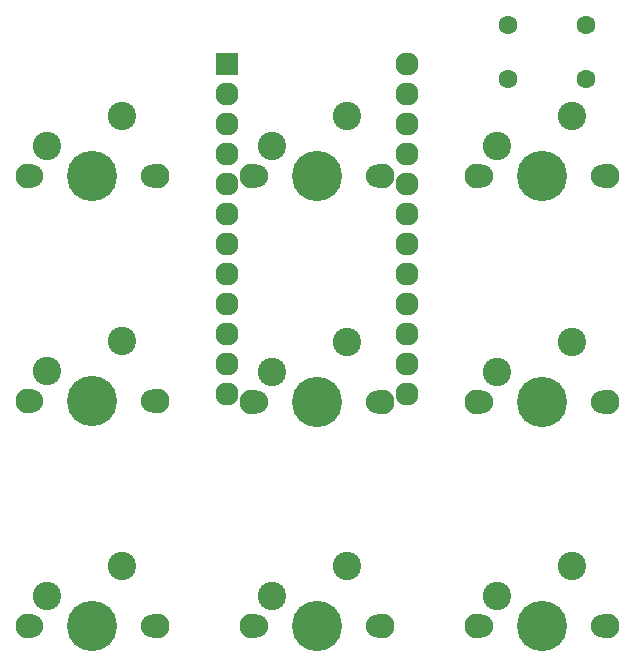
<source format=gbr>
%TF.GenerationSoftware,Altium Limited,Altium Designer,20.1.12 (249)*%
G04 Layer_Color=8388736*
%FSLAX26Y26*%
%MOIN*%
%TF.SameCoordinates,63403D4D-F3CE-4837-A966-4B93B91F9A20*%
%TF.FilePolarity,Negative*%
%TF.FileFunction,Soldermask,Top*%
%TF.Part,Single*%
G01*
G75*
%TA.AperFunction,ComponentPad*%
%ADD21C,0.077016*%
%ADD22R,0.077016X0.077016*%
%ADD23C,0.094614*%
%ADD24C,0.074929*%
%ADD25C,0.082803*%
%ADD26C,0.167449*%
%ADD27C,0.063118*%
D21*
X789764Y1514173D02*
D03*
Y2114173D02*
D03*
Y1914173D02*
D03*
Y1714173D02*
D03*
Y1814173D02*
D03*
Y1314173D02*
D03*
Y1414173D02*
D03*
Y1114173D02*
D03*
Y2014173D02*
D03*
Y1614173D02*
D03*
Y1214173D02*
D03*
X1389764Y1514173D02*
D03*
Y2214173D02*
D03*
Y1914173D02*
D03*
Y2114173D02*
D03*
Y1714173D02*
D03*
Y1814173D02*
D03*
Y1314173D02*
D03*
Y1414173D02*
D03*
Y1114173D02*
D03*
Y1614173D02*
D03*
Y1214173D02*
D03*
Y2014173D02*
D03*
D22*
X789764Y2214173D02*
D03*
D23*
X190114Y439646D02*
D03*
X440114Y539646D02*
D03*
X1688776Y1187835D02*
D03*
X1938776Y1287835D02*
D03*
X1938539Y2038071D02*
D03*
X1688539Y1938071D02*
D03*
Y439646D02*
D03*
X1938539Y539646D02*
D03*
X190114Y1188858D02*
D03*
X440114Y1288858D02*
D03*
Y2038071D02*
D03*
X190114Y1938071D02*
D03*
X1189327Y539646D02*
D03*
X939327Y439646D02*
D03*
X1189563Y1287835D02*
D03*
X939563Y1187835D02*
D03*
X939327Y1938071D02*
D03*
X1189327Y2038071D02*
D03*
D24*
X140114Y339646D02*
D03*
X540114D02*
D03*
X1638776Y1087835D02*
D03*
X2038776D02*
D03*
X2038539Y1838071D02*
D03*
X1638539D02*
D03*
Y339646D02*
D03*
X2038539D02*
D03*
X140114Y1088858D02*
D03*
X540114D02*
D03*
Y1838071D02*
D03*
X140114D02*
D03*
X1289327Y339646D02*
D03*
X889327D02*
D03*
X1289563Y1087835D02*
D03*
X889563D02*
D03*
X889327Y1838071D02*
D03*
X1289327D02*
D03*
D25*
X123579Y339646D02*
D03*
X556650D02*
D03*
X1622240Y1087835D02*
D03*
X2055311D02*
D03*
X2055075Y1838071D02*
D03*
X1622004D02*
D03*
Y339646D02*
D03*
X2055075D02*
D03*
X123579Y1088858D02*
D03*
X556650D02*
D03*
Y1838071D02*
D03*
X123579D02*
D03*
X1305862Y339646D02*
D03*
X872791D02*
D03*
X1306099Y1087835D02*
D03*
X873028D02*
D03*
X872791Y1838071D02*
D03*
X1305862D02*
D03*
D26*
X340114Y339646D02*
D03*
X1838776Y1087835D02*
D03*
X1838539Y1838071D02*
D03*
Y339646D02*
D03*
X340114Y1088858D02*
D03*
Y1838071D02*
D03*
X1089327Y339646D02*
D03*
X1089563Y1087835D02*
D03*
X1089327Y1838071D02*
D03*
D27*
X1724409Y2161417D02*
D03*
Y2342520D02*
D03*
X1984252Y2161417D02*
D03*
Y2342520D02*
D03*
%TF.MD5,620697b0f4bead6489a2e52faf076ebc*%
M02*

</source>
